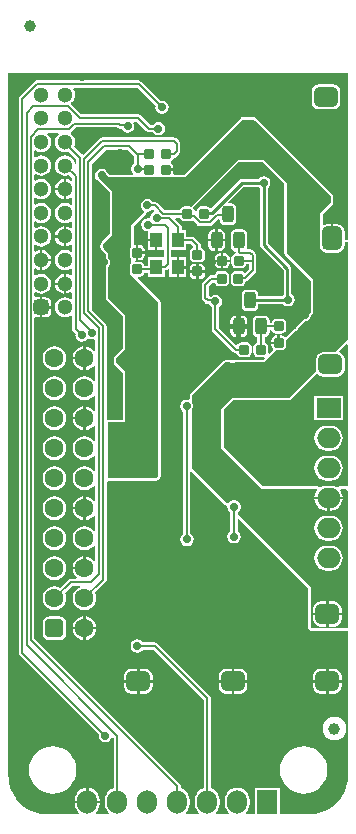
<source format=gbl>
G04*
G04 #@! TF.GenerationSoftware,Altium Limited,Altium Designer,23.3.1 (30)*
G04*
G04 Layer_Physical_Order=2*
G04 Layer_Color=16711680*
%FSLAX44Y44*%
%MOMM*%
G71*
G04*
G04 #@! TF.SameCoordinates,DF4BE222-8F2C-4444-88BE-FDE14E9DB007*
G04*
G04*
G04 #@! TF.FilePolarity,Positive*
G04*
G01*
G75*
%ADD11C,0.2000*%
%ADD12C,0.2500*%
G04:AMPARAMS|DCode=16|XSize=0.85mm|YSize=0.85mm|CornerRadius=0.2125mm|HoleSize=0mm|Usage=FLASHONLY|Rotation=0.000|XOffset=0mm|YOffset=0mm|HoleType=Round|Shape=RoundedRectangle|*
%AMROUNDEDRECTD16*
21,1,0.8500,0.4250,0,0,0.0*
21,1,0.4250,0.8500,0,0,0.0*
1,1,0.4250,0.2125,-0.2125*
1,1,0.4250,-0.2125,-0.2125*
1,1,0.4250,-0.2125,0.2125*
1,1,0.4250,0.2125,0.2125*
%
%ADD16ROUNDEDRECTD16*%
G04:AMPARAMS|DCode=17|XSize=0.85mm|YSize=0.85mm|CornerRadius=0.2125mm|HoleSize=0mm|Usage=FLASHONLY|Rotation=90.000|XOffset=0mm|YOffset=0mm|HoleType=Round|Shape=RoundedRectangle|*
%AMROUNDEDRECTD17*
21,1,0.8500,0.4250,0,0,90.0*
21,1,0.4250,0.8500,0,0,90.0*
1,1,0.4250,0.2125,0.2125*
1,1,0.4250,0.2125,-0.2125*
1,1,0.4250,-0.2125,-0.2125*
1,1,0.4250,-0.2125,0.2125*
%
%ADD17ROUNDEDRECTD17*%
%ADD34C,1.0000*%
%ADD35O,1.7000X2.0000*%
%ADD36R,1.7000X2.0000*%
G04:AMPARAMS|DCode=37|XSize=1.7mm|YSize=2mm|CornerRadius=0.425mm|HoleSize=0mm|Usage=FLASHONLY|Rotation=90.000|XOffset=0mm|YOffset=0mm|HoleType=Round|Shape=RoundedRectangle|*
%AMROUNDEDRECTD37*
21,1,1.7000,1.1500,0,0,90.0*
21,1,0.8500,2.0000,0,0,90.0*
1,1,0.8500,0.5750,0.4250*
1,1,0.8500,0.5750,-0.4250*
1,1,0.8500,-0.5750,-0.4250*
1,1,0.8500,-0.5750,0.4250*
%
%ADD37ROUNDEDRECTD37*%
%ADD38O,2.0000X1.7000*%
%ADD39R,2.0000X1.7000*%
G04:AMPARAMS|DCode=40|XSize=1.7mm|YSize=2mm|CornerRadius=0.425mm|HoleSize=0mm|Usage=FLASHONLY|Rotation=180.000|XOffset=0mm|YOffset=0mm|HoleType=Round|Shape=RoundedRectangle|*
%AMROUNDEDRECTD40*
21,1,1.7000,1.1500,0,0,180.0*
21,1,0.8500,2.0000,0,0,180.0*
1,1,0.8500,-0.4250,0.5750*
1,1,0.8500,0.4250,0.5750*
1,1,0.8500,0.4250,-0.5750*
1,1,0.8500,-0.4250,-0.5750*
%
%ADD40ROUNDEDRECTD40*%
%ADD41C,1.3000*%
G04:AMPARAMS|DCode=42|XSize=1.3mm|YSize=1.3mm|CornerRadius=0.325mm|HoleSize=0mm|Usage=FLASHONLY|Rotation=90.000|XOffset=0mm|YOffset=0mm|HoleType=Round|Shape=RoundedRectangle|*
%AMROUNDEDRECTD42*
21,1,1.3000,0.6500,0,0,90.0*
21,1,0.6500,1.3000,0,0,90.0*
1,1,0.6500,0.3250,0.3250*
1,1,0.6500,0.3250,-0.3250*
1,1,0.6500,-0.3250,-0.3250*
1,1,0.6500,-0.3250,0.3250*
%
%ADD42ROUNDEDRECTD42*%
%ADD43C,1.6000*%
G04:AMPARAMS|DCode=44|XSize=1.6mm|YSize=1.6mm|CornerRadius=0.4mm|HoleSize=0mm|Usage=FLASHONLY|Rotation=90.000|XOffset=0mm|YOffset=0mm|HoleType=Round|Shape=RoundedRectangle|*
%AMROUNDEDRECTD44*
21,1,1.6000,0.8000,0,0,90.0*
21,1,0.8000,1.6000,0,0,90.0*
1,1,0.8000,0.4000,0.4000*
1,1,0.8000,0.4000,-0.4000*
1,1,0.8000,-0.4000,-0.4000*
1,1,0.8000,-0.4000,0.4000*
%
%ADD44ROUNDEDRECTD44*%
%ADD45C,0.7000*%
G04:AMPARAMS|DCode=46|XSize=1mm|YSize=1.4mm|CornerRadius=0.25mm|HoleSize=0mm|Usage=FLASHONLY|Rotation=180.000|XOffset=0mm|YOffset=0mm|HoleType=Round|Shape=RoundedRectangle|*
%AMROUNDEDRECTD46*
21,1,1.0000,0.9000,0,0,180.0*
21,1,0.5000,1.4000,0,0,180.0*
1,1,0.5000,-0.2500,0.4500*
1,1,0.5000,0.2500,0.4500*
1,1,0.5000,0.2500,-0.4500*
1,1,0.5000,-0.2500,-0.4500*
%
%ADD46ROUNDEDRECTD46*%
%ADD47R,1.0500X1.3000*%
G36*
X297451Y490309D02*
X297451Y489039D01*
X294622D01*
Y495750D01*
X294137Y498189D01*
X292756Y500256D01*
X290689Y501637D01*
X288250Y502122D01*
X285000D01*
Y490000D01*
X283000D01*
Y502122D01*
X279750D01*
X277311Y501637D01*
X277152Y501531D01*
X276032Y502130D01*
X276032Y510648D01*
X284442Y519058D01*
X284442Y519058D01*
X284884Y519720D01*
X285039Y520500D01*
Y525500D01*
X284884Y526280D01*
X284442Y526942D01*
X219442Y591942D01*
X218780Y592384D01*
X218000Y592539D01*
X208000D01*
X207220Y592384D01*
X206558Y591942D01*
X206558Y591942D01*
X158405Y543789D01*
X150187D01*
X149369Y545059D01*
X149581Y546125D01*
Y547250D01*
X143250D01*
Y549250D01*
X149581D01*
Y550375D01*
X149261Y551984D01*
X148349Y553349D01*
X147308Y554044D01*
X147236Y554313D01*
Y555187D01*
X147308Y555456D01*
X148349Y556151D01*
X149261Y557515D01*
X149924Y558191D01*
X151094Y558424D01*
X152087Y559087D01*
X154758Y561758D01*
X154758Y561758D01*
X155421Y562751D01*
X155654Y563921D01*
X155654Y563921D01*
Y570064D01*
X155654Y570064D01*
X155421Y571235D01*
X154758Y572227D01*
X152322Y574663D01*
X151330Y575326D01*
X150159Y575559D01*
X150159Y575559D01*
X89500D01*
X88329Y575326D01*
X87337Y574663D01*
X87337Y574663D01*
X73675Y561001D01*
X71959Y561081D01*
X65357Y567683D01*
X66081Y569431D01*
X66373Y571650D01*
X66081Y573869D01*
X65225Y575937D01*
X63862Y577712D01*
X62777Y578545D01*
X62750Y578981D01*
X62965Y580002D01*
X63691Y580487D01*
X67145Y583941D01*
X102233D01*
X102380Y583794D01*
X103373Y583131D01*
X104543Y582898D01*
X104543Y582898D01*
X105810D01*
X105819Y582854D01*
X107035Y581035D01*
X108854Y579819D01*
X111000Y579392D01*
X113146Y579819D01*
X114965Y581035D01*
X116181Y582854D01*
X116608Y585000D01*
X116181Y587146D01*
X115730Y587821D01*
X116328Y588941D01*
X118733D01*
X126837Y580837D01*
X126837Y580837D01*
X127830Y580174D01*
X129000Y579941D01*
X129000Y579941D01*
X132429D01*
X133035Y579035D01*
X134854Y577819D01*
X137000Y577392D01*
X139146Y577819D01*
X140965Y579035D01*
X142181Y580854D01*
X142608Y583000D01*
X142181Y585146D01*
X140965Y586965D01*
X139146Y588181D01*
X137000Y588608D01*
X134854Y588181D01*
X133035Y586965D01*
X132429Y586059D01*
X130267D01*
X122163Y594163D01*
X121171Y594826D01*
X120000Y595059D01*
X120000Y595059D01*
X71445D01*
X63101Y603403D01*
X63208Y605086D01*
X63862Y605588D01*
X65225Y607363D01*
X66081Y609431D01*
X66373Y611650D01*
X66081Y613869D01*
X65225Y615937D01*
X64829Y616452D01*
X65391Y617591D01*
X119083D01*
X134605Y602069D01*
X134392Y601000D01*
X134819Y598854D01*
X136035Y597035D01*
X137854Y595819D01*
X140000Y595392D01*
X142146Y595819D01*
X143965Y597035D01*
X145181Y598854D01*
X145608Y601000D01*
X145181Y603146D01*
X143965Y604965D01*
X142146Y606181D01*
X140000Y606608D01*
X138931Y606395D01*
X122513Y622813D01*
X121521Y623476D01*
X120350Y623709D01*
X120350Y623709D01*
X34072D01*
X34072Y623709D01*
X32902Y623476D01*
X31909Y622813D01*
X31909Y622813D01*
X19637Y610541D01*
X18974Y609548D01*
X18741Y608378D01*
X18741Y608378D01*
Y139200D01*
X18741Y139200D01*
X18974Y138029D01*
X19637Y137037D01*
X86605Y70069D01*
X86392Y69000D01*
X86819Y66854D01*
X88035Y65035D01*
X89854Y63819D01*
X92000Y63392D01*
X94146Y63819D01*
X95965Y65035D01*
X97148Y66804D01*
X97203Y66861D01*
X98560Y67279D01*
X99141Y66821D01*
Y24598D01*
X96905Y23672D01*
X94711Y21989D01*
X93028Y19795D01*
X91970Y17241D01*
X91609Y14500D01*
Y11500D01*
X91970Y8759D01*
X93028Y6205D01*
X94711Y4011D01*
X95050Y3752D01*
X94642Y2549D01*
X84358D01*
X83950Y3752D01*
X84289Y4011D01*
X85972Y6205D01*
X87030Y8759D01*
X87391Y11500D01*
Y12000D01*
X76800D01*
X66209D01*
Y11500D01*
X66570Y8759D01*
X67628Y6205D01*
X69311Y4011D01*
X69650Y3752D01*
X69242Y2549D01*
X42500D01*
X42500Y2549D01*
X42499Y2549D01*
X42221D01*
X37626Y2910D01*
X37320Y2951D01*
X32465Y4116D01*
X27757Y6066D01*
X23501Y8675D01*
X23256Y8863D01*
X19751Y11856D01*
X19356Y12251D01*
X16362Y15756D01*
X16175Y16001D01*
X13566Y20257D01*
X11616Y24965D01*
X10451Y29820D01*
X10410Y30126D01*
X10125Y33750D01*
X10049Y35000D01*
X10049Y35000D01*
X10049Y36248D01*
Y630000D01*
X297451D01*
Y490309D01*
D02*
G37*
G36*
X52531Y578321D02*
X51738Y577712D01*
X50375Y575937D01*
X49519Y573869D01*
X49227Y571650D01*
X49519Y569431D01*
X50375Y567363D01*
X51738Y565588D01*
X53513Y564225D01*
X55581Y563369D01*
X57800Y563077D01*
X60019Y563369D01*
X60727Y563662D01*
X67441Y556948D01*
Y553269D01*
X66171Y553185D01*
X66081Y553869D01*
X65225Y555937D01*
X63862Y557712D01*
X62087Y559075D01*
X60019Y559931D01*
X57800Y560223D01*
X55581Y559931D01*
X53513Y559075D01*
X51738Y557712D01*
X50375Y555937D01*
X49519Y553869D01*
X49227Y551650D01*
X49519Y549431D01*
X50375Y547363D01*
X51738Y545588D01*
X53513Y544225D01*
X55581Y543369D01*
X57800Y543077D01*
X60019Y543369D01*
X61247Y543877D01*
X63941Y541183D01*
Y539253D01*
X62671Y538626D01*
X62087Y539075D01*
X60019Y539931D01*
X58800Y540092D01*
Y531650D01*
Y523208D01*
X60019Y523369D01*
X62087Y524225D01*
X62671Y524674D01*
X63941Y524048D01*
Y519253D01*
X62671Y518626D01*
X62087Y519075D01*
X60019Y519931D01*
X57800Y520223D01*
X55581Y519931D01*
X53513Y519075D01*
X51738Y517712D01*
X50375Y515937D01*
X49519Y513869D01*
X49227Y511650D01*
X49519Y509431D01*
X50375Y507363D01*
X51738Y505588D01*
X53513Y504225D01*
X55581Y503369D01*
X57800Y503077D01*
X60019Y503369D01*
X62087Y504225D01*
X62671Y504674D01*
X63941Y504048D01*
Y499253D01*
X62671Y498626D01*
X62087Y499075D01*
X60019Y499931D01*
X58800Y500092D01*
Y491650D01*
Y483208D01*
X60019Y483369D01*
X62087Y484225D01*
X62671Y484674D01*
X63941Y484048D01*
Y479253D01*
X62671Y478626D01*
X62087Y479075D01*
X60019Y479931D01*
X57800Y480223D01*
X55581Y479931D01*
X53513Y479075D01*
X51738Y477712D01*
X50375Y475937D01*
X49519Y473869D01*
X49227Y471650D01*
X49519Y469431D01*
X50375Y467363D01*
X51738Y465588D01*
X53513Y464225D01*
X55581Y463369D01*
X57800Y463077D01*
X60019Y463369D01*
X62087Y464225D01*
X62671Y464674D01*
X63941Y464048D01*
Y459253D01*
X62671Y458626D01*
X62087Y459075D01*
X60019Y459931D01*
X58800Y460092D01*
Y451650D01*
Y443208D01*
X60019Y443369D01*
X62087Y444225D01*
X62671Y444674D01*
X63941Y444048D01*
Y439253D01*
X62671Y438626D01*
X62087Y439075D01*
X60019Y439931D01*
X57800Y440223D01*
X55581Y439931D01*
X53513Y439075D01*
X51738Y437712D01*
X50375Y435937D01*
X49519Y433869D01*
X49227Y431650D01*
X49519Y429431D01*
X50375Y427363D01*
X51738Y425588D01*
X53513Y424225D01*
X55581Y423369D01*
X57800Y423077D01*
X60019Y423369D01*
X62087Y424225D01*
X62671Y424674D01*
X63941Y424048D01*
Y413500D01*
X63941Y413500D01*
X64174Y412329D01*
X64837Y411337D01*
X66855Y409319D01*
X66642Y408250D01*
X67069Y406104D01*
X68285Y404285D01*
X70104Y403069D01*
X72250Y402642D01*
X74396Y403069D01*
X76215Y404285D01*
X77259Y405847D01*
X78354Y405116D01*
X80500Y404689D01*
X82171Y405021D01*
X83441Y404236D01*
Y395330D01*
X82171Y394899D01*
X81532Y395732D01*
X79443Y397335D01*
X77010Y398343D01*
X75400Y398555D01*
Y388600D01*
Y378645D01*
X77010Y378857D01*
X79443Y379865D01*
X81532Y381468D01*
X82171Y382301D01*
X83441Y381870D01*
Y369930D01*
X82171Y369499D01*
X81532Y370332D01*
X79443Y371935D01*
X77010Y372943D01*
X74400Y373286D01*
X71789Y372943D01*
X69357Y371935D01*
X67268Y370332D01*
X65665Y368243D01*
X64657Y365811D01*
X64314Y363200D01*
X64657Y360589D01*
X65665Y358157D01*
X67268Y356068D01*
X69357Y354465D01*
X71789Y353457D01*
X74400Y353114D01*
X77010Y353457D01*
X79443Y354465D01*
X81532Y356068D01*
X82171Y356901D01*
X83441Y356470D01*
Y344530D01*
X82171Y344099D01*
X81532Y344932D01*
X79443Y346535D01*
X77010Y347543D01*
X75400Y347755D01*
Y337800D01*
Y327845D01*
X77010Y328057D01*
X79443Y329065D01*
X81532Y330668D01*
X82171Y331501D01*
X83441Y331070D01*
Y319130D01*
X82171Y318699D01*
X81532Y319532D01*
X79443Y321135D01*
X77010Y322143D01*
X74400Y322486D01*
X71789Y322143D01*
X69357Y321135D01*
X67268Y319532D01*
X65665Y317443D01*
X64657Y315011D01*
X64314Y312400D01*
X64657Y309790D01*
X65665Y307357D01*
X67268Y305268D01*
X69357Y303665D01*
X71789Y302657D01*
X74400Y302314D01*
X77010Y302657D01*
X79443Y303665D01*
X81532Y305268D01*
X82171Y306101D01*
X83441Y305670D01*
Y293730D01*
X82171Y293299D01*
X81532Y294132D01*
X79443Y295735D01*
X77010Y296743D01*
X74400Y297086D01*
X71789Y296743D01*
X69357Y295735D01*
X67268Y294132D01*
X65665Y292043D01*
X64657Y289611D01*
X64314Y287000D01*
X64657Y284389D01*
X65665Y281957D01*
X67268Y279868D01*
X69357Y278265D01*
X71789Y277257D01*
X74400Y276914D01*
X77010Y277257D01*
X79443Y278265D01*
X81532Y279868D01*
X82171Y280701D01*
X83441Y280270D01*
Y268330D01*
X82171Y267899D01*
X81532Y268732D01*
X79443Y270335D01*
X77010Y271343D01*
X75400Y271555D01*
Y261600D01*
Y251645D01*
X77010Y251857D01*
X79443Y252865D01*
X81532Y254468D01*
X82171Y255301D01*
X83441Y254870D01*
Y242930D01*
X82171Y242499D01*
X81532Y243332D01*
X79443Y244935D01*
X77010Y245943D01*
X74400Y246286D01*
X71789Y245943D01*
X69357Y244935D01*
X67268Y243332D01*
X65665Y241243D01*
X64657Y238811D01*
X64314Y236200D01*
X64657Y233589D01*
X65665Y231157D01*
X67268Y229068D01*
X69357Y227465D01*
X71789Y226457D01*
X74400Y226114D01*
X77010Y226457D01*
X79443Y227465D01*
X81532Y229068D01*
X82171Y229901D01*
X83441Y229470D01*
Y217530D01*
X82171Y217099D01*
X81532Y217932D01*
X79443Y219535D01*
X77010Y220543D01*
X75400Y220755D01*
Y210800D01*
X74400D01*
Y209800D01*
X64445D01*
X64657Y208190D01*
X65665Y205757D01*
X67268Y203668D01*
X67764Y203288D01*
X67333Y202017D01*
X62559D01*
X61388Y201785D01*
X60396Y201122D01*
X60396Y201122D01*
X53595Y194321D01*
X51610Y195143D01*
X49000Y195486D01*
X46389Y195143D01*
X43957Y194135D01*
X41868Y192532D01*
X40265Y190443D01*
X39257Y188011D01*
X38914Y185400D01*
X39257Y182789D01*
X40265Y180357D01*
X41868Y178268D01*
X43957Y176665D01*
X46389Y175657D01*
X49000Y175314D01*
X51610Y175657D01*
X54043Y176665D01*
X56132Y178268D01*
X57735Y180357D01*
X58743Y182789D01*
X59086Y185400D01*
X58743Y188011D01*
X57921Y189995D01*
X63826Y195900D01*
X70299D01*
X70552Y194630D01*
X69357Y194135D01*
X67268Y192532D01*
X65665Y190443D01*
X64657Y188011D01*
X64314Y185400D01*
X64657Y182789D01*
X65665Y180357D01*
X67268Y178268D01*
X69357Y176665D01*
X71789Y175657D01*
X74400Y175314D01*
X77010Y175657D01*
X79443Y176665D01*
X81532Y178268D01*
X83135Y180357D01*
X84143Y182789D01*
X84486Y185400D01*
X84143Y188011D01*
X83321Y189995D01*
X92163Y198837D01*
X92163Y198837D01*
X92826Y199829D01*
X93059Y201000D01*
X93059Y201000D01*
Y284121D01*
X94329Y284987D01*
X94461Y284961D01*
X135000D01*
X135000Y284961D01*
X135780Y285116D01*
X136442Y285558D01*
X136442Y285558D01*
X138192Y287308D01*
X138192Y287308D01*
X138634Y287970D01*
X138789Y288750D01*
Y436000D01*
X138634Y436780D01*
X138192Y437442D01*
X138192Y437442D01*
X119138Y456496D01*
X119624Y457669D01*
X121125D01*
X122734Y457989D01*
X124099Y458901D01*
X125011Y460266D01*
X125145Y460941D01*
X127750D01*
Y457000D01*
X142250D01*
Y461946D01*
X142872Y462941D01*
X144043Y463174D01*
X144980Y463800D01*
X145539Y463687D01*
X146250Y463393D01*
Y457000D01*
X152500D01*
Y465500D01*
Y474000D01*
X148059D01*
Y480000D01*
X160750D01*
Y485441D01*
X164233D01*
X166352Y483323D01*
X166321Y482855D01*
X166027Y481851D01*
X164901Y481099D01*
X163989Y479734D01*
X163669Y478125D01*
Y473875D01*
X163989Y472266D01*
X164901Y470901D01*
X166266Y469989D01*
X167875Y469669D01*
X172125D01*
X173734Y469989D01*
X175099Y470901D01*
X176011Y472266D01*
X176331Y473875D01*
Y478125D01*
X176011Y479734D01*
X175099Y481099D01*
X173734Y482011D01*
X173059Y482145D01*
Y484000D01*
X173059Y484000D01*
X172826Y485171D01*
X172163Y486163D01*
X172163Y486163D01*
X167663Y490663D01*
X166670Y491326D01*
X165500Y491559D01*
X165500Y491559D01*
X160750D01*
Y497000D01*
X156559D01*
Y500000D01*
X156559Y500000D01*
X156326Y501171D01*
X155663Y502163D01*
X155663Y502163D01*
X151308Y506518D01*
X151794Y507691D01*
X155355D01*
X155489Y507015D01*
X156401Y505651D01*
X157766Y504739D01*
X159375Y504419D01*
X163625D01*
X165235Y504739D01*
X165930Y505204D01*
X169738Y501395D01*
X170731Y500732D01*
X171901Y500499D01*
X171901Y500499D01*
X180406D01*
X180406Y500499D01*
X181576Y500732D01*
X182568Y501395D01*
X187392Y506219D01*
X188019Y506111D01*
X188713Y505743D01*
X189011Y504244D01*
X190006Y502756D01*
X191494Y501761D01*
X193250Y501412D01*
X198250D01*
X200006Y501761D01*
X201494Y502756D01*
X202489Y504244D01*
X202838Y506000D01*
Y515000D01*
X202489Y516756D01*
X201494Y518244D01*
X200006Y519239D01*
X198250Y519588D01*
X196434D01*
X195948Y520761D01*
X208897Y533711D01*
X221853D01*
X222288Y533059D01*
X222940Y532624D01*
Y484497D01*
X223192Y483229D01*
X223910Y482154D01*
X242936Y463127D01*
Y442067D01*
X242785Y441965D01*
X242349Y441314D01*
X221588D01*
Y442000D01*
X221239Y443756D01*
X220244Y445244D01*
X218756Y446239D01*
X217000Y446588D01*
X212000D01*
X210244Y446239D01*
X208756Y445244D01*
X207761Y443756D01*
X207412Y442000D01*
Y433000D01*
X207761Y431244D01*
X208756Y429756D01*
X210244Y428761D01*
X212000Y428412D01*
X217000D01*
X218756Y428761D01*
X220244Y429756D01*
X221239Y431244D01*
X221588Y433000D01*
Y434686D01*
X242349D01*
X242785Y434035D01*
X244604Y432819D01*
X246750Y432392D01*
X248896Y432819D01*
X250715Y434035D01*
X251931Y435854D01*
X252358Y438000D01*
X251931Y440146D01*
X250715Y441965D01*
X249564Y442735D01*
Y464500D01*
X249311Y465768D01*
X248593Y466843D01*
X229567Y485869D01*
Y532624D01*
X230219Y533059D01*
X231434Y534879D01*
X231861Y537025D01*
X231434Y539171D01*
X230219Y540990D01*
X228399Y542206D01*
X226253Y542632D01*
X224107Y542206D01*
X222288Y540990D01*
X221853Y540338D01*
X207525D01*
X206257Y540086D01*
X205182Y539368D01*
X181567Y515754D01*
X180599Y515849D01*
X179235Y516761D01*
X177625Y517081D01*
X173375D01*
X171765Y516761D01*
X170401Y515849D01*
X169489Y514484D01*
X169291Y513487D01*
X168118Y512806D01*
X167899Y512792D01*
X167831Y512829D01*
Y512875D01*
X167511Y514484D01*
X166599Y515849D01*
X166566Y516182D01*
X204845Y554461D01*
X225655D01*
X243711Y536405D01*
X243711Y477250D01*
X243711Y477250D01*
X243866Y476470D01*
X244308Y475808D01*
X266211Y453905D01*
Y427595D01*
X265058Y426442D01*
X264616Y425780D01*
X264461Y425000D01*
Y424812D01*
X263934Y423540D01*
X262960Y422566D01*
X261688Y422039D01*
X261500D01*
X260720Y421884D01*
X260058Y421442D01*
X260058Y421442D01*
X253667Y415051D01*
X253225Y414390D01*
X253184Y414290D01*
X252210Y413316D01*
X252110Y413275D01*
X251449Y412833D01*
X245093Y406477D01*
X243849Y406599D01*
X242484Y407511D01*
X240875Y407831D01*
X239750D01*
Y401500D01*
X238750D01*
Y400500D01*
X232419D01*
Y399375D01*
X232739Y397766D01*
X233651Y396401D01*
X233773Y395157D01*
X231161Y392545D01*
X229990Y393170D01*
X230081Y393625D01*
Y397875D01*
X229761Y399484D01*
X228849Y400849D01*
X227484Y401761D01*
X226934Y401870D01*
Y406498D01*
X228256Y406761D01*
X229744Y407756D01*
X230739Y409244D01*
X231088Y411000D01*
Y412441D01*
X232605D01*
X232739Y411766D01*
X233651Y410401D01*
X235016Y409489D01*
X236625Y409169D01*
X240875D01*
X242484Y409489D01*
X243849Y410401D01*
X244761Y411766D01*
X245081Y413375D01*
Y417625D01*
X244761Y419235D01*
X243849Y420599D01*
X242484Y421511D01*
X240875Y421831D01*
X236625D01*
X235016Y421511D01*
X233651Y420599D01*
X232739Y419235D01*
X232605Y418559D01*
X231088D01*
Y420000D01*
X230739Y421756D01*
X229744Y423244D01*
X228256Y424239D01*
X226500Y424588D01*
X221500D01*
X219744Y424239D01*
X218256Y423244D01*
X217261Y421756D01*
X216912Y420000D01*
Y411000D01*
X217261Y409244D01*
X218256Y407756D01*
X219744Y406761D01*
X220816Y406548D01*
Y401920D01*
X220016Y401761D01*
X218651Y400849D01*
X217739Y399484D01*
X217419Y397875D01*
Y393625D01*
X217739Y392015D01*
X218651Y390651D01*
X220016Y389739D01*
X221625Y389419D01*
X225875D01*
X226330Y389510D01*
X226955Y388339D01*
X225655Y387039D01*
X201563D01*
X200782Y386884D01*
X200192Y386640D01*
X198815D01*
X198225Y386884D01*
X197445Y387039D01*
X193750D01*
X193750Y387039D01*
X192970Y386884D01*
X192308Y386442D01*
X164058Y358192D01*
X163616Y357530D01*
X163461Y356750D01*
Y354382D01*
X162191Y353371D01*
X161000Y353608D01*
X158854Y353181D01*
X157035Y351965D01*
X155819Y350146D01*
X155392Y348000D01*
X155819Y345854D01*
X157035Y344035D01*
X157941Y343429D01*
Y301000D01*
X157941Y301000D01*
X157941Y301000D01*
Y239604D01*
X157216Y239119D01*
X156000Y237300D01*
X155573Y235154D01*
X156000Y233008D01*
X157216Y231189D01*
X159035Y229973D01*
X161181Y229546D01*
X163327Y229973D01*
X165146Y231189D01*
X166362Y233008D01*
X166789Y235154D01*
X166362Y237300D01*
X165146Y239119D01*
X164059Y239846D01*
Y292148D01*
X165232Y292634D01*
X193719Y264147D01*
X193883Y264037D01*
X194021Y263898D01*
X194210Y263819D01*
X194381Y263705D01*
X195145Y263046D01*
X195392Y262700D01*
X195819Y260554D01*
X197035Y258735D01*
X197941Y258129D01*
Y241871D01*
X197035Y241265D01*
X195819Y239446D01*
X195392Y237300D01*
X195819Y235154D01*
X197035Y233335D01*
X198854Y232119D01*
X201000Y231692D01*
X203146Y232119D01*
X204965Y233335D01*
X206181Y235154D01*
X206608Y237300D01*
X206181Y239446D01*
X204965Y241265D01*
X204059Y241871D01*
Y252148D01*
X205232Y252634D01*
X263961Y193905D01*
Y160000D01*
X264116Y159220D01*
X264558Y158558D01*
X265220Y158116D01*
X266000Y157961D01*
X297451D01*
Y35000D01*
X297451Y35000D01*
Y34720D01*
X297090Y30128D01*
X297049Y29818D01*
X295884Y24965D01*
X293934Y20257D01*
X291326Y16001D01*
X291136Y15755D01*
X288144Y12251D01*
X287749Y11856D01*
X284245Y8863D01*
X283999Y8675D01*
X279743Y6066D01*
X275035Y4116D01*
X270180Y2951D01*
X269874Y2910D01*
X266258Y2626D01*
X265000Y2549D01*
X265000Y2549D01*
X263764Y2549D01*
X239700D01*
Y25000D01*
X218700D01*
Y2549D01*
X211358D01*
X210950Y3752D01*
X211289Y4011D01*
X212972Y6205D01*
X214030Y8759D01*
X214391Y11500D01*
Y14500D01*
X214030Y17241D01*
X212972Y19795D01*
X211289Y21989D01*
X209095Y23672D01*
X206541Y24730D01*
X203800Y25091D01*
X201059Y24730D01*
X198505Y23672D01*
X196311Y21989D01*
X194628Y19795D01*
X193570Y17241D01*
X193209Y14500D01*
Y11500D01*
X193570Y8759D01*
X194628Y6205D01*
X196311Y4011D01*
X196650Y3752D01*
X196242Y2549D01*
X185958D01*
X185550Y3752D01*
X185889Y4011D01*
X187572Y6205D01*
X188630Y8759D01*
X188991Y11500D01*
Y14500D01*
X188630Y17241D01*
X187572Y19795D01*
X185889Y21989D01*
X183695Y23672D01*
X181459Y24598D01*
Y100600D01*
X181226Y101770D01*
X180563Y102763D01*
X136163Y147163D01*
X135170Y147826D01*
X134000Y148059D01*
X134000Y148059D01*
X123571D01*
X122965Y148965D01*
X121146Y150181D01*
X119000Y150608D01*
X116854Y150181D01*
X115035Y148965D01*
X113819Y147146D01*
X113392Y145000D01*
X113819Y142854D01*
X115035Y141035D01*
X116854Y139819D01*
X119000Y139392D01*
X121146Y139819D01*
X122965Y141035D01*
X123571Y141941D01*
X132733D01*
X175341Y99333D01*
Y24598D01*
X173105Y23672D01*
X170911Y21989D01*
X169228Y19795D01*
X168170Y17241D01*
X167809Y14500D01*
Y11500D01*
X168170Y8759D01*
X169228Y6205D01*
X170911Y4011D01*
X171250Y3752D01*
X170842Y2549D01*
X160558D01*
X160150Y3752D01*
X160489Y4011D01*
X162172Y6205D01*
X163230Y8759D01*
X163591Y11500D01*
Y14500D01*
X163230Y17241D01*
X162172Y19795D01*
X160489Y21989D01*
X158295Y23672D01*
X156059Y24598D01*
Y26000D01*
X156059Y26000D01*
X155826Y27171D01*
X155163Y28163D01*
X155163Y28163D01*
X31859Y151467D01*
Y422473D01*
X33129Y423330D01*
X34550Y423047D01*
X36800D01*
Y431650D01*
Y440253D01*
X34550D01*
X33129Y439970D01*
X31859Y440827D01*
Y444059D01*
X32998Y444621D01*
X33513Y444225D01*
X35581Y443369D01*
X37800Y443077D01*
X40019Y443369D01*
X42087Y444225D01*
X43862Y445588D01*
X45225Y447363D01*
X46081Y449431D01*
X46373Y451650D01*
X46081Y453869D01*
X45225Y455937D01*
X43862Y457712D01*
X42087Y459075D01*
X40019Y459931D01*
X37800Y460223D01*
X35581Y459931D01*
X33513Y459075D01*
X32998Y458679D01*
X31859Y459241D01*
Y464059D01*
X32998Y464621D01*
X33513Y464225D01*
X35581Y463369D01*
X36800Y463208D01*
Y471650D01*
Y480092D01*
X35581Y479931D01*
X33513Y479075D01*
X32998Y478679D01*
X31859Y479241D01*
Y484059D01*
X32998Y484621D01*
X33513Y484225D01*
X35581Y483369D01*
X37800Y483077D01*
X40019Y483369D01*
X42087Y484225D01*
X43862Y485588D01*
X45225Y487363D01*
X46081Y489431D01*
X46373Y491650D01*
X46081Y493869D01*
X45225Y495937D01*
X43862Y497712D01*
X42087Y499075D01*
X40019Y499931D01*
X37800Y500223D01*
X35581Y499931D01*
X33513Y499075D01*
X32998Y498679D01*
X31859Y499241D01*
Y504059D01*
X32998Y504621D01*
X33513Y504225D01*
X35581Y503369D01*
X37800Y503077D01*
X40019Y503369D01*
X42087Y504225D01*
X43862Y505588D01*
X45225Y507363D01*
X46081Y509431D01*
X46373Y511650D01*
X46081Y513869D01*
X45225Y515937D01*
X43862Y517712D01*
X42087Y519075D01*
X40019Y519931D01*
X37800Y520223D01*
X35581Y519931D01*
X33513Y519075D01*
X32998Y518679D01*
X31859Y519241D01*
Y524059D01*
X32998Y524621D01*
X33513Y524225D01*
X35581Y523369D01*
X37800Y523077D01*
X40019Y523369D01*
X42087Y524225D01*
X43862Y525588D01*
X45225Y527363D01*
X46081Y529431D01*
X46373Y531650D01*
X46081Y533869D01*
X45225Y535937D01*
X43862Y537712D01*
X42087Y539075D01*
X40019Y539931D01*
X37800Y540223D01*
X35581Y539931D01*
X33513Y539075D01*
X32998Y538679D01*
X31859Y539241D01*
Y544059D01*
X32998Y544621D01*
X33513Y544225D01*
X35581Y543369D01*
X37800Y543077D01*
X40019Y543369D01*
X42087Y544225D01*
X43862Y545588D01*
X45225Y547363D01*
X46081Y549431D01*
X46373Y551650D01*
X46081Y553869D01*
X45225Y555937D01*
X43862Y557712D01*
X42087Y559075D01*
X40019Y559931D01*
X37800Y560223D01*
X35581Y559931D01*
X33513Y559075D01*
X32998Y558679D01*
X31859Y559241D01*
Y564059D01*
X32998Y564621D01*
X33513Y564225D01*
X35581Y563369D01*
X37800Y563077D01*
X40019Y563369D01*
X42087Y564225D01*
X43862Y565588D01*
X45225Y567363D01*
X46081Y569431D01*
X46373Y571650D01*
X46081Y573869D01*
X45225Y575937D01*
X43862Y577712D01*
X43069Y578321D01*
X43500Y579591D01*
X52100D01*
X52531Y578321D01*
D02*
G37*
G36*
X116691Y559733D02*
Y553321D01*
X115785Y552715D01*
X114569Y550896D01*
X114142Y548750D01*
X114569Y546604D01*
X115601Y545059D01*
X115163Y543789D01*
X96358Y543789D01*
X92907Y547241D01*
X92840Y547340D01*
X92741Y547407D01*
X92205Y547942D01*
X91544Y548384D01*
X91166Y548459D01*
X91021Y548556D01*
X88875Y548983D01*
X86729Y548556D01*
X84910Y547340D01*
X83694Y545521D01*
X83267Y543375D01*
X83694Y541229D01*
X84910Y539410D01*
X86256Y538511D01*
X95711Y529055D01*
Y493793D01*
X89582Y487664D01*
X89285Y487465D01*
X89086Y487168D01*
X89058Y487140D01*
X88616Y486478D01*
X88612Y486459D01*
X88069Y485646D01*
X87642Y483500D01*
X88069Y481354D01*
X88610Y480544D01*
X88616Y480516D01*
X89058Y479854D01*
X89058Y479854D01*
X89098Y479815D01*
X89285Y479535D01*
X89565Y479348D01*
X92473Y476440D01*
X92469Y473523D01*
X92469Y473522D01*
X92469Y473520D01*
X92547Y473126D01*
X92623Y472743D01*
X92624Y472741D01*
X92624Y472740D01*
X92840Y472416D01*
X93064Y472080D01*
X93065Y472080D01*
X93066Y472079D01*
X93434Y471710D01*
X93961Y470438D01*
Y469062D01*
X93434Y467790D01*
X93055Y467411D01*
X92836Y467082D01*
X92615Y466752D01*
X92614Y466751D01*
X92613Y466750D01*
X92536Y466360D01*
X92458Y465972D01*
X92422Y439416D01*
X92422Y439415D01*
X92422Y439414D01*
X92500Y439019D01*
X92576Y438636D01*
X92577Y438635D01*
X92577Y438633D01*
X92797Y438305D01*
X93017Y437974D01*
X93019Y437973D01*
X93019Y437972D01*
X106961Y424030D01*
Y396845D01*
X99558Y389442D01*
X99116Y388780D01*
X98961Y388000D01*
Y386595D01*
X98892Y386250D01*
X98961Y385906D01*
Y385000D01*
X98961Y385000D01*
X99116Y384220D01*
X99558Y383558D01*
X99937Y383179D01*
X100535Y382285D01*
X101429Y381687D01*
X106961Y376155D01*
Y336289D01*
X94461D01*
X94329Y336263D01*
X93059Y337129D01*
Y415900D01*
X92826Y417070D01*
X92163Y418062D01*
X92163Y418062D01*
X80559Y429666D01*
Y553233D01*
X92517Y565191D01*
X111233D01*
X116691Y559733D01*
D02*
G37*
G36*
X133349Y513712D02*
X133104Y512347D01*
X131785Y511465D01*
X130569Y509646D01*
X130142Y507500D01*
X128963Y506916D01*
X128000Y507108D01*
X125854Y506681D01*
X124035Y505465D01*
X122819Y503646D01*
X122392Y501500D01*
X122819Y499354D01*
X124035Y497535D01*
X125854Y496319D01*
X127750Y495942D01*
Y489500D01*
X135000D01*
Y488500D01*
X136000D01*
Y480000D01*
X141941D01*
Y474000D01*
X127750D01*
Y467059D01*
X125145D01*
X125011Y467734D01*
X124099Y469099D01*
X122734Y470011D01*
X121125Y470331D01*
X117946D01*
X117553Y471000D01*
X117946Y471669D01*
X118000D01*
Y478000D01*
Y484331D01*
X116875D01*
X116039Y485017D01*
Y500588D01*
X126093Y510642D01*
X126204Y510809D01*
X126347Y510951D01*
X126423Y511137D01*
X126535Y511304D01*
X126963Y511945D01*
X127500Y512392D01*
X127843Y512461D01*
X129646Y512819D01*
X131465Y514035D01*
X131559Y514175D01*
X132869Y514265D01*
X133349Y513712D01*
D02*
G37*
G36*
X283000Y525500D02*
Y520500D01*
X273993Y511493D01*
X273993Y498383D01*
X273863Y498189D01*
X273378Y495750D01*
Y484250D01*
X273863Y481811D01*
X275244Y479744D01*
X277311Y478363D01*
X279750Y477878D01*
X288250D01*
X290689Y478363D01*
X292756Y479744D01*
X294137Y481811D01*
X294622Y484250D01*
Y487000D01*
X297451D01*
Y404701D01*
X286623Y393872D01*
X276750D01*
X274311Y393387D01*
X272244Y392006D01*
X270863Y389939D01*
X270378Y387500D01*
Y379000D01*
X270605Y377855D01*
X247750Y355000D01*
X199500D01*
X190250Y345750D01*
Y312500D01*
X224500Y278250D01*
X270841D01*
X271467Y276980D01*
X270328Y275495D01*
X269270Y272941D01*
X269041Y271200D01*
X281000D01*
X292959D01*
X292730Y272941D01*
X291672Y275495D01*
X290532Y276980D01*
X291159Y278250D01*
X295750D01*
X297451Y276549D01*
Y160000D01*
X266000D01*
Y194750D01*
X204059Y256691D01*
Y258014D01*
X204116Y258037D01*
X205663Y259585D01*
X206500Y261606D01*
Y263794D01*
X205663Y265816D01*
X204116Y267363D01*
X202094Y268200D01*
X199906D01*
X197885Y267363D01*
X196340Y265818D01*
X195161Y265589D01*
X165500Y295250D01*
Y344722D01*
X165663Y344884D01*
X166500Y346906D01*
Y349094D01*
X165663Y351115D01*
X165500Y351278D01*
Y356750D01*
X193750Y385000D01*
X197445D01*
X198410Y384600D01*
X200598D01*
X201563Y385000D01*
X226500D01*
X236669Y395169D01*
X240875D01*
X242484Y395489D01*
X243849Y396401D01*
X244761Y397766D01*
X245081Y399375D01*
Y403581D01*
X252891Y411391D01*
X253365Y411587D01*
X254913Y413134D01*
X255109Y413609D01*
X261500Y420000D01*
X262094D01*
X264116Y420837D01*
X265663Y422384D01*
X266500Y424406D01*
Y425000D01*
X268250Y426750D01*
Y454750D01*
X245750Y477250D01*
X245750Y537250D01*
X226500Y556500D01*
X204000D01*
X164422Y516922D01*
X163625Y517081D01*
X159375D01*
X157766Y516761D01*
X156401Y515849D01*
X155489Y514484D01*
X155393Y514000D01*
X142326D01*
X136163Y520163D01*
X135170Y520826D01*
X134000Y521059D01*
X134000Y521059D01*
X132186D01*
X132163Y521115D01*
X130616Y522663D01*
X128594Y523500D01*
X126406D01*
X124384Y522663D01*
X122837Y521115D01*
X122000Y519094D01*
Y516906D01*
X122837Y514884D01*
X124384Y513337D01*
X124403Y513330D01*
X124651Y512084D01*
X114000Y501433D01*
Y483165D01*
X113901Y483099D01*
X112989Y481735D01*
X112669Y480125D01*
Y475875D01*
X112989Y474266D01*
X113901Y472901D01*
X114000Y472835D01*
Y469165D01*
X113901Y469099D01*
X112989Y467734D01*
X112669Y466125D01*
Y461875D01*
X112989Y460266D01*
X113901Y458901D01*
X114000Y458835D01*
Y458750D01*
X136750Y436000D01*
Y288750D01*
X135000Y287000D01*
X94461D01*
Y334250D01*
X109000D01*
Y377000D01*
X101000Y385000D01*
X101000Y388000D01*
X109000Y396000D01*
Y424875D01*
X94461Y439414D01*
X94497Y465969D01*
X95163Y466634D01*
X96000Y468656D01*
Y470844D01*
X95163Y472865D01*
X94508Y473520D01*
X94513Y477283D01*
X90500Y481296D01*
X90500Y485698D01*
X97750Y492948D01*
Y529900D01*
X87000Y540650D01*
X87000Y545500D01*
X88000Y546500D01*
X90764D01*
X95514Y541750D01*
X159250Y541750D01*
X208000Y590500D01*
X218000D01*
X283000Y525500D01*
D02*
G37*
G36*
X297451Y400158D02*
X297451Y281046D01*
X297173Y280771D01*
X296181Y280203D01*
X295750Y280289D01*
X291159D01*
X290833Y280224D01*
X290503Y280181D01*
X290445Y280147D01*
X290378Y280134D01*
X290102Y279949D01*
X289814Y279783D01*
X289773Y279729D01*
X289717Y279692D01*
X289631Y279564D01*
X289363Y279382D01*
X288109Y279131D01*
X287795Y279372D01*
X285241Y280430D01*
X282500Y280791D01*
X279500D01*
X276759Y280430D01*
X274205Y279372D01*
X273890Y279131D01*
X272637Y279382D01*
X272369Y279564D01*
X272283Y279692D01*
X272227Y279729D01*
X272186Y279783D01*
X271898Y279949D01*
X271622Y280134D01*
X271555Y280147D01*
X271497Y280181D01*
X271167Y280224D01*
X270841Y280289D01*
X225345D01*
X192289Y313345D01*
Y344905D01*
X200345Y352961D01*
X247750D01*
X248530Y353116D01*
X249192Y353558D01*
X270689Y375055D01*
X271952Y374930D01*
X272244Y374494D01*
X274311Y373113D01*
X276750Y372628D01*
X288250D01*
X290689Y373113D01*
X292756Y374494D01*
X294137Y376561D01*
X294622Y379000D01*
Y387500D01*
X294137Y389939D01*
X292756Y392006D01*
X290766Y393336D01*
X290574Y393549D01*
X290250Y394617D01*
X296278Y400644D01*
X297451Y400158D01*
D02*
G37*
%LPC*%
G36*
X284750Y620622D02*
X273250D01*
X270811Y620137D01*
X268744Y618756D01*
X267363Y616689D01*
X266877Y614250D01*
Y605750D01*
X267363Y603311D01*
X268744Y601244D01*
X270811Y599863D01*
X273250Y599378D01*
X284750D01*
X287189Y599863D01*
X289256Y601244D01*
X290637Y603311D01*
X291122Y605750D01*
Y614250D01*
X290637Y616689D01*
X289256Y618756D01*
X287189Y620137D01*
X284750Y620622D01*
D02*
G37*
G36*
X47500Y60097D02*
X43579Y59711D01*
X39809Y58567D01*
X36335Y56710D01*
X33289Y54211D01*
X30790Y51165D01*
X28933Y47691D01*
X27789Y43921D01*
X27403Y40000D01*
X27789Y36079D01*
X28933Y32309D01*
X30790Y28835D01*
X33289Y25789D01*
X36335Y23290D01*
X39809Y21433D01*
X43579Y20289D01*
X47500Y19903D01*
X51421Y20289D01*
X55191Y21433D01*
X58665Y23290D01*
X61711Y25789D01*
X64210Y28835D01*
X66067Y32309D01*
X67211Y36079D01*
X67597Y40000D01*
X67211Y43921D01*
X66067Y47691D01*
X64210Y51165D01*
X61711Y54211D01*
X58665Y56710D01*
X55191Y58567D01*
X51421Y59711D01*
X47500Y60097D01*
D02*
G37*
G36*
X77800Y24959D02*
Y14000D01*
X87391D01*
Y14500D01*
X87030Y17241D01*
X85972Y19795D01*
X84289Y21989D01*
X82095Y23672D01*
X79541Y24730D01*
X77800Y24959D01*
D02*
G37*
G36*
X75800D02*
X74059Y24730D01*
X71505Y23672D01*
X69311Y21989D01*
X67628Y19795D01*
X66570Y17241D01*
X66209Y14500D01*
Y14000D01*
X75800D01*
Y24959D01*
D02*
G37*
G36*
X56800Y540092D02*
X55581Y539931D01*
X53513Y539075D01*
X51738Y537712D01*
X50375Y535937D01*
X49519Y533869D01*
X49358Y532650D01*
X56800D01*
Y540092D01*
D02*
G37*
G36*
Y530650D02*
X49358D01*
X49519Y529431D01*
X50375Y527363D01*
X51738Y525588D01*
X53513Y524225D01*
X55581Y523369D01*
X56800Y523208D01*
Y530650D01*
D02*
G37*
G36*
X56800Y500092D02*
X55581Y499931D01*
X53513Y499075D01*
X51738Y497712D01*
X50375Y495937D01*
X49519Y493869D01*
X49358Y492650D01*
X56800D01*
Y500092D01*
D02*
G37*
G36*
X188750Y497588D02*
X187250D01*
Y489500D01*
X193338D01*
Y493000D01*
X192989Y494756D01*
X191994Y496244D01*
X190506Y497239D01*
X188750Y497588D01*
D02*
G37*
G36*
X185250D02*
X183750D01*
X181994Y497239D01*
X180506Y496244D01*
X179511Y494756D01*
X179162Y493000D01*
Y489500D01*
X185250D01*
Y497588D01*
D02*
G37*
G36*
X56800Y490650D02*
X49358D01*
X49519Y489431D01*
X50375Y487363D01*
X51738Y485588D01*
X53513Y484225D01*
X55581Y483369D01*
X56800Y483208D01*
Y490650D01*
D02*
G37*
G36*
X193338Y487500D02*
X187250D01*
Y479412D01*
X188750D01*
X190506Y479761D01*
X191994Y480756D01*
X192989Y482244D01*
X193338Y484000D01*
Y487500D01*
D02*
G37*
G36*
X185250D02*
X179162D01*
Y484000D01*
X179511Y482244D01*
X180506Y480756D01*
X181994Y479761D01*
X183750Y479412D01*
X185250D01*
Y487500D01*
D02*
G37*
G36*
X38800Y480092D02*
Y472650D01*
X46242D01*
X46081Y473869D01*
X45225Y475937D01*
X43862Y477712D01*
X42087Y479075D01*
X40019Y479931D01*
X38800Y480092D01*
D02*
G37*
G36*
X193125Y477331D02*
X192000D01*
Y472000D01*
X197331D01*
Y473125D01*
X197011Y474734D01*
X196099Y476099D01*
X194734Y477011D01*
X193125Y477331D01*
D02*
G37*
G36*
X190000D02*
X188875D01*
X187265Y477011D01*
X185901Y476099D01*
X184989Y474734D01*
X184669Y473125D01*
Y472000D01*
X190000D01*
Y477331D01*
D02*
G37*
G36*
X160750Y474000D02*
X154500D01*
Y466500D01*
X160750D01*
Y474000D01*
D02*
G37*
G36*
X197331Y470000D02*
X192000D01*
Y464669D01*
X193125D01*
X194734Y464989D01*
X196099Y465901D01*
X197011Y467266D01*
X197331Y468875D01*
Y470000D01*
D02*
G37*
G36*
X190000D02*
X184669D01*
Y468875D01*
X184989Y467266D01*
X185901Y465901D01*
X187265Y464989D01*
X188875Y464669D01*
X190000D01*
Y470000D01*
D02*
G37*
G36*
X46242Y470650D02*
X38800D01*
Y463208D01*
X40019Y463369D01*
X42087Y464225D01*
X43862Y465588D01*
X45225Y467363D01*
X46081Y469431D01*
X46242Y470650D01*
D02*
G37*
G36*
X172125Y468331D02*
X171000D01*
Y463000D01*
X176331D01*
Y464125D01*
X176011Y465734D01*
X175099Y467099D01*
X173734Y468011D01*
X172125Y468331D01*
D02*
G37*
G36*
X169000D02*
X167875D01*
X166266Y468011D01*
X164901Y467099D01*
X163989Y465734D01*
X163669Y464125D01*
Y463000D01*
X169000D01*
Y468331D01*
D02*
G37*
G36*
X207750Y497588D02*
X202750D01*
X200994Y497239D01*
X199506Y496244D01*
X198511Y494756D01*
X198162Y493000D01*
Y484000D01*
X198511Y482244D01*
X199506Y480756D01*
X200994Y479761D01*
X201315Y479697D01*
X202191Y478896D01*
X202269Y478505D01*
X201464Y477050D01*
X201266Y477011D01*
X199901Y476099D01*
X198989Y474734D01*
X198669Y473125D01*
Y468875D01*
X198989Y467266D01*
X199901Y465901D01*
X201266Y464989D01*
X202875Y464669D01*
X207125D01*
X208734Y464989D01*
X210099Y465901D01*
X211011Y467266D01*
X211145Y467941D01*
X213840D01*
Y464166D01*
X210668Y460994D01*
X209599Y461099D01*
X208235Y462011D01*
X206625Y462331D01*
X202375D01*
X200765Y462011D01*
X199401Y461099D01*
X198489Y459734D01*
X198169Y458125D01*
Y453875D01*
X198489Y452266D01*
X199401Y450901D01*
X200765Y449989D01*
X202375Y449669D01*
X206625D01*
X208235Y449989D01*
X209599Y450901D01*
X210511Y452266D01*
X210768Y453557D01*
X211749Y453753D01*
X212741Y454416D01*
X219062Y460736D01*
X219062Y460736D01*
X219725Y461728D01*
X219958Y462899D01*
Y475601D01*
X219958Y475601D01*
X219725Y476772D01*
X219062Y477764D01*
X216938Y479888D01*
X215946Y480551D01*
X214775Y480784D01*
X214775Y480783D01*
X212360D01*
X211761Y481903D01*
X211989Y482244D01*
X212338Y484000D01*
Y493000D01*
X211989Y494756D01*
X210994Y496244D01*
X209506Y497239D01*
X207750Y497588D01*
D02*
G37*
G36*
X192625Y462331D02*
X188375D01*
X186765Y462011D01*
X185401Y461099D01*
X184489Y459734D01*
X184355Y459059D01*
X181750D01*
X181750Y459059D01*
X180579Y458826D01*
X179587Y458163D01*
X179587Y458163D01*
X174396Y452972D01*
X173733Y451979D01*
X173500Y450809D01*
X173500Y450809D01*
Y439691D01*
X173500Y439691D01*
X173733Y438521D01*
X174396Y437528D01*
X176587Y435337D01*
X176587Y435337D01*
X177579Y434674D01*
X178750Y434441D01*
X180178D01*
X181285Y432785D01*
X182191Y432179D01*
Y413125D01*
X182191Y413125D01*
X182424Y411954D01*
X183087Y410962D01*
X200337Y393712D01*
X200337Y393712D01*
X201329Y393049D01*
X202500Y392816D01*
X203638Y392524D01*
X203739Y392015D01*
X204651Y390651D01*
X206015Y389739D01*
X207625Y389419D01*
X211875D01*
X213484Y389739D01*
X214849Y390651D01*
X215761Y392015D01*
X216081Y393625D01*
Y397875D01*
X215761Y399484D01*
X214849Y400849D01*
X213484Y401761D01*
X211875Y402081D01*
X207625D01*
X206015Y401761D01*
X204651Y400849D01*
X204249Y400248D01*
X202655Y400046D01*
X188309Y414392D01*
Y432179D01*
X189215Y432785D01*
X190431Y434604D01*
X190858Y436750D01*
X190431Y438896D01*
X189215Y440715D01*
X187396Y441931D01*
X185250Y442358D01*
X183104Y441931D01*
X181285Y440715D01*
X180157Y441196D01*
X179618Y441710D01*
Y449542D01*
X183017Y452941D01*
X184355D01*
X184489Y452266D01*
X185401Y450901D01*
X186765Y449989D01*
X188375Y449669D01*
X192625D01*
X194235Y449989D01*
X195599Y450901D01*
X196511Y452266D01*
X196831Y453875D01*
Y458125D01*
X196511Y459734D01*
X195599Y461099D01*
X194235Y462011D01*
X192625Y462331D01*
D02*
G37*
G36*
X160750Y464500D02*
X154500D01*
Y457000D01*
X160750D01*
Y464500D01*
D02*
G37*
G36*
X176331Y461000D02*
X171000D01*
Y455669D01*
X172125D01*
X173734Y455989D01*
X175099Y456901D01*
X176011Y458265D01*
X176331Y459875D01*
Y461000D01*
D02*
G37*
G36*
X169000D02*
X163669D01*
Y459875D01*
X163989Y458265D01*
X164901Y456901D01*
X166266Y455989D01*
X167875Y455669D01*
X169000D01*
Y461000D01*
D02*
G37*
G36*
X56800Y460092D02*
X55581Y459931D01*
X53513Y459075D01*
X51738Y457712D01*
X50375Y455937D01*
X49519Y453869D01*
X49358Y452650D01*
X56800D01*
Y460092D01*
D02*
G37*
G36*
Y450650D02*
X49358D01*
X49519Y449431D01*
X50375Y447363D01*
X51738Y445588D01*
X53513Y444225D01*
X55581Y443369D01*
X56800Y443208D01*
Y450650D01*
D02*
G37*
G36*
X41050Y440253D02*
X38800D01*
Y432650D01*
X46403D01*
Y434900D01*
X45995Y436948D01*
X44835Y438685D01*
X43098Y439845D01*
X41050Y440253D01*
D02*
G37*
G36*
X46403Y430650D02*
X38800D01*
Y423047D01*
X41050D01*
X43098Y423455D01*
X44835Y424615D01*
X45995Y426352D01*
X46403Y428400D01*
Y430650D01*
D02*
G37*
G36*
X207500Y424588D02*
X207000D01*
Y417500D01*
X212088D01*
Y420000D01*
X211739Y421756D01*
X210744Y423244D01*
X209256Y424239D01*
X207500Y424588D01*
D02*
G37*
G36*
X203000D02*
X202500D01*
X200744Y424239D01*
X199256Y423244D01*
X198261Y421756D01*
X197912Y420000D01*
Y417500D01*
X203000D01*
Y424588D01*
D02*
G37*
G36*
X212088Y413500D02*
X207000D01*
Y406412D01*
X207500D01*
X209256Y406761D01*
X210744Y407756D01*
X211739Y409244D01*
X212088Y411000D01*
Y413500D01*
D02*
G37*
G36*
X203000D02*
X197912D01*
Y411000D01*
X198261Y409244D01*
X199256Y407756D01*
X200744Y406761D01*
X202500Y406412D01*
X203000D01*
Y413500D01*
D02*
G37*
G36*
X237750Y407831D02*
X236625D01*
X235016Y407511D01*
X233651Y406599D01*
X232739Y405234D01*
X232419Y403625D01*
Y402500D01*
X237750D01*
Y407831D01*
D02*
G37*
G36*
X73400Y398555D02*
X71789Y398343D01*
X69357Y397335D01*
X67268Y395732D01*
X65665Y393643D01*
X64657Y391211D01*
X64445Y389600D01*
X73400D01*
Y398555D01*
D02*
G37*
G36*
Y387600D02*
X64445D01*
X64657Y385989D01*
X65665Y383557D01*
X67268Y381468D01*
X69357Y379865D01*
X71789Y378857D01*
X73400Y378645D01*
Y387600D01*
D02*
G37*
G36*
X49000Y398686D02*
X46389Y398343D01*
X43957Y397335D01*
X41868Y395732D01*
X40265Y393643D01*
X39257Y391211D01*
X38914Y388600D01*
X39257Y385989D01*
X40265Y383557D01*
X41868Y381468D01*
X43957Y379865D01*
X46389Y378857D01*
X49000Y378514D01*
X51610Y378857D01*
X54043Y379865D01*
X56132Y381468D01*
X57735Y383557D01*
X58743Y385989D01*
X59086Y388600D01*
X58743Y391211D01*
X57735Y393643D01*
X56132Y395732D01*
X54043Y397335D01*
X51610Y398343D01*
X49000Y398686D01*
D02*
G37*
G36*
Y373286D02*
X46389Y372943D01*
X43957Y371935D01*
X41868Y370332D01*
X40265Y368243D01*
X39257Y365811D01*
X38914Y363200D01*
X39257Y360589D01*
X40265Y358157D01*
X41868Y356068D01*
X43957Y354465D01*
X46389Y353457D01*
X49000Y353114D01*
X51610Y353457D01*
X54043Y354465D01*
X56132Y356068D01*
X57735Y358157D01*
X58743Y360589D01*
X59086Y363200D01*
X58743Y365811D01*
X57735Y368243D01*
X56132Y370332D01*
X54043Y371935D01*
X51610Y372943D01*
X49000Y373286D01*
D02*
G37*
G36*
X73400Y347755D02*
X71789Y347543D01*
X69357Y346535D01*
X67268Y344932D01*
X65665Y342843D01*
X64657Y340410D01*
X64445Y338800D01*
X73400D01*
Y347755D01*
D02*
G37*
G36*
Y336800D02*
X64445D01*
X64657Y335190D01*
X65665Y332757D01*
X67268Y330668D01*
X69357Y329065D01*
X71789Y328057D01*
X73400Y327845D01*
Y336800D01*
D02*
G37*
G36*
X49000Y347886D02*
X46389Y347543D01*
X43957Y346535D01*
X41868Y344932D01*
X40265Y342843D01*
X39257Y340410D01*
X38914Y337800D01*
X39257Y335190D01*
X40265Y332757D01*
X41868Y330668D01*
X43957Y329065D01*
X46389Y328057D01*
X49000Y327714D01*
X51610Y328057D01*
X54043Y329065D01*
X56132Y330668D01*
X57735Y332757D01*
X58743Y335190D01*
X59086Y337800D01*
X58743Y340410D01*
X57735Y342843D01*
X56132Y344932D01*
X54043Y346535D01*
X51610Y347543D01*
X49000Y347886D01*
D02*
G37*
G36*
Y322486D02*
X46389Y322143D01*
X43957Y321135D01*
X41868Y319532D01*
X40265Y317443D01*
X39257Y315011D01*
X38914Y312400D01*
X39257Y309790D01*
X40265Y307357D01*
X41868Y305268D01*
X43957Y303665D01*
X46389Y302657D01*
X49000Y302314D01*
X51610Y302657D01*
X54043Y303665D01*
X56132Y305268D01*
X57735Y307357D01*
X58743Y309790D01*
X59086Y312400D01*
X58743Y315011D01*
X57735Y317443D01*
X56132Y319532D01*
X54043Y321135D01*
X51610Y322143D01*
X49000Y322486D01*
D02*
G37*
G36*
Y297086D02*
X46389Y296743D01*
X43957Y295735D01*
X41868Y294132D01*
X40265Y292043D01*
X39257Y289611D01*
X38914Y287000D01*
X39257Y284389D01*
X40265Y281957D01*
X41868Y279868D01*
X43957Y278265D01*
X46389Y277257D01*
X49000Y276914D01*
X51610Y277257D01*
X54043Y278265D01*
X56132Y279868D01*
X57735Y281957D01*
X58743Y284389D01*
X59086Y287000D01*
X58743Y289611D01*
X57735Y292043D01*
X56132Y294132D01*
X54043Y295735D01*
X51610Y296743D01*
X49000Y297086D01*
D02*
G37*
G36*
X73400Y271555D02*
X71789Y271343D01*
X69357Y270335D01*
X67268Y268732D01*
X65665Y266643D01*
X64657Y264210D01*
X64445Y262600D01*
X73400D01*
Y271555D01*
D02*
G37*
G36*
Y260600D02*
X64445D01*
X64657Y258990D01*
X65665Y256557D01*
X67268Y254468D01*
X69357Y252865D01*
X71789Y251857D01*
X73400Y251645D01*
Y260600D01*
D02*
G37*
G36*
X49000Y271686D02*
X46389Y271343D01*
X43957Y270335D01*
X41868Y268732D01*
X40265Y266643D01*
X39257Y264210D01*
X38914Y261600D01*
X39257Y258990D01*
X40265Y256557D01*
X41868Y254468D01*
X43957Y252865D01*
X46389Y251857D01*
X49000Y251514D01*
X51610Y251857D01*
X54043Y252865D01*
X56132Y254468D01*
X57735Y256557D01*
X58743Y258990D01*
X59086Y261600D01*
X58743Y264210D01*
X57735Y266643D01*
X56132Y268732D01*
X54043Y270335D01*
X51610Y271343D01*
X49000Y271686D01*
D02*
G37*
G36*
Y246286D02*
X46389Y245943D01*
X43957Y244935D01*
X41868Y243332D01*
X40265Y241243D01*
X39257Y238811D01*
X38914Y236200D01*
X39257Y233589D01*
X40265Y231157D01*
X41868Y229068D01*
X43957Y227465D01*
X46389Y226457D01*
X49000Y226114D01*
X51610Y226457D01*
X54043Y227465D01*
X56132Y229068D01*
X57735Y231157D01*
X58743Y233589D01*
X59086Y236200D01*
X58743Y238811D01*
X57735Y241243D01*
X56132Y243332D01*
X54043Y244935D01*
X51610Y245943D01*
X49000Y246286D01*
D02*
G37*
G36*
X73400Y220755D02*
X71789Y220543D01*
X69357Y219535D01*
X67268Y217932D01*
X65665Y215843D01*
X64657Y213410D01*
X64445Y211800D01*
X73400D01*
Y220755D01*
D02*
G37*
G36*
X49000Y220886D02*
X46389Y220543D01*
X43957Y219535D01*
X41868Y217932D01*
X40265Y215843D01*
X39257Y213410D01*
X38914Y210800D01*
X39257Y208190D01*
X40265Y205757D01*
X41868Y203668D01*
X43957Y202065D01*
X46389Y201057D01*
X49000Y200714D01*
X51610Y201057D01*
X54043Y202065D01*
X56132Y203668D01*
X57735Y205757D01*
X58743Y208190D01*
X59086Y210800D01*
X58743Y213410D01*
X57735Y215843D01*
X56132Y217932D01*
X54043Y219535D01*
X51610Y220543D01*
X49000Y220886D01*
D02*
G37*
G36*
X75400Y169955D02*
Y161000D01*
X84355D01*
X84143Y162610D01*
X83135Y165043D01*
X81532Y167132D01*
X79443Y168735D01*
X77010Y169743D01*
X75400Y169955D01*
D02*
G37*
G36*
X73400D02*
X71789Y169743D01*
X69357Y168735D01*
X67268Y167132D01*
X65665Y165043D01*
X64657Y162610D01*
X64445Y161000D01*
X73400D01*
Y169955D01*
D02*
G37*
G36*
X84355Y159000D02*
X75400D01*
Y150045D01*
X77010Y150257D01*
X79443Y151265D01*
X81532Y152868D01*
X83135Y154957D01*
X84143Y157389D01*
X84355Y159000D01*
D02*
G37*
G36*
X73400D02*
X64445D01*
X64657Y157389D01*
X65665Y154957D01*
X67268Y152868D01*
X69357Y151265D01*
X71789Y150257D01*
X73400Y150045D01*
Y159000D01*
D02*
G37*
G36*
X53000Y170117D02*
X45000D01*
X42659Y169652D01*
X40674Y168326D01*
X39348Y166341D01*
X38883Y164000D01*
Y156000D01*
X39348Y153659D01*
X40674Y151674D01*
X42659Y150348D01*
X45000Y149882D01*
X53000D01*
X55341Y150348D01*
X57326Y151674D01*
X58652Y153659D01*
X59117Y156000D01*
Y164000D01*
X58652Y166341D01*
X57326Y168326D01*
X55341Y169652D01*
X53000Y170117D01*
D02*
G37*
G36*
X125750Y125622D02*
X121000D01*
Y116000D01*
X132122D01*
Y119250D01*
X131637Y121689D01*
X130256Y123756D01*
X128189Y125137D01*
X125750Y125622D01*
D02*
G37*
G36*
X285750D02*
X281000D01*
Y116000D01*
X292122D01*
Y119250D01*
X291637Y121689D01*
X290256Y123756D01*
X288189Y125137D01*
X285750Y125622D01*
D02*
G37*
G36*
X205750D02*
X201000D01*
Y116000D01*
X212122D01*
Y119250D01*
X211637Y121689D01*
X210256Y123756D01*
X208189Y125137D01*
X205750Y125622D01*
D02*
G37*
G36*
X119000D02*
X114250D01*
X111811Y125137D01*
X109744Y123756D01*
X108363Y121689D01*
X107878Y119250D01*
Y116000D01*
X119000D01*
Y125622D01*
D02*
G37*
G36*
X279000D02*
X274250D01*
X271811Y125137D01*
X269744Y123756D01*
X268363Y121689D01*
X267878Y119250D01*
Y116000D01*
X279000D01*
Y125622D01*
D02*
G37*
G36*
X199000D02*
X194250D01*
X191811Y125137D01*
X189744Y123756D01*
X188363Y121689D01*
X187878Y119250D01*
Y116000D01*
X199000D01*
Y125622D01*
D02*
G37*
G36*
X292122Y114000D02*
X281000D01*
Y104378D01*
X285750D01*
X288189Y104863D01*
X290256Y106244D01*
X291637Y108311D01*
X292122Y110750D01*
Y114000D01*
D02*
G37*
G36*
X279000D02*
X267878D01*
Y110750D01*
X268363Y108311D01*
X269744Y106244D01*
X271811Y104863D01*
X274250Y104378D01*
X279000D01*
Y114000D01*
D02*
G37*
G36*
X212122D02*
X201000D01*
Y104378D01*
X205750D01*
X208189Y104863D01*
X210256Y106244D01*
X211637Y108311D01*
X212122Y110750D01*
Y114000D01*
D02*
G37*
G36*
X199000D02*
X187878D01*
Y110750D01*
X188363Y108311D01*
X189744Y106244D01*
X191811Y104863D01*
X194250Y104378D01*
X199000D01*
Y114000D01*
D02*
G37*
G36*
X132122D02*
X121000D01*
Y104378D01*
X125750D01*
X128189Y104863D01*
X130256Y106244D01*
X131637Y108311D01*
X132122Y110750D01*
Y114000D01*
D02*
G37*
G36*
X119000D02*
X107878D01*
Y110750D01*
X108363Y108311D01*
X109744Y106244D01*
X111811Y104863D01*
X114250Y104378D01*
X119000D01*
Y114000D01*
D02*
G37*
G36*
X286985Y85000D02*
X285015D01*
X283083Y84616D01*
X281263Y83862D01*
X279625Y82767D01*
X278232Y81375D01*
X277138Y79737D01*
X276384Y77917D01*
X276000Y75985D01*
Y74015D01*
X276384Y72083D01*
X277138Y70263D01*
X278232Y68625D01*
X279625Y67232D01*
X281263Y66138D01*
X283083Y65384D01*
X285015Y65000D01*
X286985D01*
X288917Y65384D01*
X290737Y66138D01*
X292375Y67232D01*
X293768Y68625D01*
X294862Y70263D01*
X295616Y72083D01*
X296000Y74015D01*
Y75985D01*
X295616Y77917D01*
X294862Y79737D01*
X293768Y81375D01*
X292375Y82767D01*
X290737Y83862D01*
X288917Y84616D01*
X286985Y85000D01*
D02*
G37*
G36*
X260000Y60097D02*
X256079Y59711D01*
X252309Y58567D01*
X248835Y56710D01*
X245789Y54211D01*
X243290Y51165D01*
X241433Y47691D01*
X240289Y43921D01*
X239903Y40000D01*
X240289Y36079D01*
X241433Y32309D01*
X243290Y28835D01*
X245789Y25789D01*
X248835Y23290D01*
X252309Y21433D01*
X256079Y20289D01*
X260000Y19903D01*
X263921Y20289D01*
X267691Y21433D01*
X271165Y23290D01*
X274211Y25789D01*
X276710Y28835D01*
X278567Y32309D01*
X279711Y36079D01*
X280097Y40000D01*
X279711Y43921D01*
X278567Y47691D01*
X276710Y51165D01*
X274211Y54211D01*
X271165Y56710D01*
X267691Y58567D01*
X263921Y59711D01*
X260000Y60097D01*
D02*
G37*
G36*
X134000Y487500D02*
X127750D01*
Y480000D01*
X134000D01*
Y487500D01*
D02*
G37*
G36*
X121125Y484331D02*
X120000D01*
Y479000D01*
X125331D01*
Y480125D01*
X125011Y481735D01*
X124099Y483099D01*
X122734Y484011D01*
X121125Y484331D01*
D02*
G37*
G36*
X125331Y477000D02*
X120000D01*
Y471669D01*
X121125D01*
X122734Y471989D01*
X124099Y472901D01*
X125011Y474266D01*
X125331Y475875D01*
Y477000D01*
D02*
G37*
G36*
X292959Y269200D02*
X282000D01*
Y259609D01*
X282500D01*
X285241Y259970D01*
X287795Y261028D01*
X289989Y262711D01*
X291672Y264905D01*
X292730Y267459D01*
X292959Y269200D01*
D02*
G37*
G36*
X280000D02*
X269041D01*
X269270Y267459D01*
X270328Y264905D01*
X272011Y262711D01*
X274205Y261028D01*
X276759Y259970D01*
X279500Y259609D01*
X280000D01*
Y269200D01*
D02*
G37*
G36*
X282500Y255391D02*
X279500D01*
X276759Y255030D01*
X274205Y253972D01*
X272011Y252289D01*
X270328Y250095D01*
X269270Y247541D01*
X268909Y244800D01*
X269270Y242059D01*
X270328Y239505D01*
X272011Y237311D01*
X274205Y235628D01*
X276759Y234570D01*
X279500Y234209D01*
X282500D01*
X285241Y234570D01*
X287795Y235628D01*
X289989Y237311D01*
X291672Y239505D01*
X292730Y242059D01*
X293091Y244800D01*
X292730Y247541D01*
X291672Y250095D01*
X289989Y252289D01*
X287795Y253972D01*
X285241Y255030D01*
X282500Y255391D01*
D02*
G37*
G36*
Y229991D02*
X279500D01*
X276759Y229630D01*
X274205Y228572D01*
X272011Y226889D01*
X270328Y224695D01*
X269270Y222141D01*
X268909Y219400D01*
X269270Y216659D01*
X270328Y214105D01*
X272011Y211911D01*
X274205Y210228D01*
X276759Y209170D01*
X279500Y208809D01*
X282500D01*
X285241Y209170D01*
X287795Y210228D01*
X289989Y211911D01*
X291672Y214105D01*
X292730Y216659D01*
X293091Y219400D01*
X292730Y222141D01*
X291672Y224695D01*
X289989Y226889D01*
X287795Y228572D01*
X285241Y229630D01*
X282500Y229991D01*
D02*
G37*
G36*
X285750Y182622D02*
X281000D01*
Y173000D01*
X292122D01*
Y176250D01*
X291637Y178689D01*
X290256Y180756D01*
X288189Y182137D01*
X285750Y182622D01*
D02*
G37*
G36*
X279000D02*
X274250D01*
X271811Y182137D01*
X269744Y180756D01*
X268363Y178689D01*
X267878Y176250D01*
Y173000D01*
X279000D01*
Y182622D01*
D02*
G37*
G36*
X292122Y171000D02*
X281000D01*
Y161378D01*
X285750D01*
X288189Y161863D01*
X290256Y163244D01*
X291637Y165311D01*
X292122Y167750D01*
Y171000D01*
D02*
G37*
G36*
X279000D02*
X267878D01*
Y167750D01*
X268363Y165311D01*
X269744Y163244D01*
X271811Y161863D01*
X274250Y161378D01*
X279000D01*
Y171000D01*
D02*
G37*
G36*
X293000Y356900D02*
X269000D01*
Y335900D01*
X293000D01*
Y356900D01*
D02*
G37*
G36*
X282500Y331591D02*
X279500D01*
X276759Y331230D01*
X274205Y330172D01*
X272011Y328489D01*
X270328Y326295D01*
X269270Y323741D01*
X268909Y321000D01*
X269270Y318259D01*
X270328Y315705D01*
X272011Y313511D01*
X274205Y311828D01*
X276759Y310770D01*
X279500Y310409D01*
X282500D01*
X285241Y310770D01*
X287795Y311828D01*
X289989Y313511D01*
X291672Y315705D01*
X292730Y318259D01*
X293091Y321000D01*
X292730Y323741D01*
X291672Y326295D01*
X289989Y328489D01*
X287795Y330172D01*
X285241Y331230D01*
X282500Y331591D01*
D02*
G37*
G36*
Y306191D02*
X279500D01*
X276759Y305830D01*
X274205Y304772D01*
X272011Y303089D01*
X270328Y300895D01*
X269270Y298341D01*
X268909Y295600D01*
X269270Y292859D01*
X270328Y290305D01*
X272011Y288111D01*
X274205Y286428D01*
X276759Y285370D01*
X279500Y285009D01*
X282500D01*
X285241Y285370D01*
X287795Y286428D01*
X289989Y288111D01*
X291672Y290305D01*
X292730Y292859D01*
X293091Y295600D01*
X292730Y298341D01*
X291672Y300895D01*
X289989Y303089D01*
X287795Y304772D01*
X285241Y305830D01*
X282500Y306191D01*
D02*
G37*
%LPD*%
D11*
X120350Y620650D02*
X140000Y601000D01*
X34072Y620650D02*
X120350D01*
X65878Y587000D02*
X103500D01*
X110043Y585957D02*
X111000Y585000D01*
X104543Y585957D02*
X110043D01*
X103500Y587000D02*
X104543Y585957D01*
X61528Y582650D02*
X65878Y587000D01*
X35420Y582650D02*
X61528D01*
X28800Y576030D02*
X35420Y582650D01*
X28800Y150200D02*
Y576030D01*
X25300Y145700D02*
Y596300D01*
X31021Y602021D01*
X21800Y608378D02*
X34072Y620650D01*
X21800Y139200D02*
Y608378D01*
X60157Y602021D02*
X70178Y592000D01*
X31021Y602021D02*
X60157D01*
X70178Y592000D02*
X120000D01*
X150159Y572500D02*
X152595Y570064D01*
X74000Y557000D02*
X89500Y572500D01*
X150159D01*
X25300Y145700D02*
X102200Y68800D01*
X21800Y139200D02*
X92000Y69000D01*
X28800Y150200D02*
X153000Y26000D01*
Y13000D02*
Y26000D01*
X102200Y13000D02*
Y68800D01*
X161000Y235335D02*
Y301000D01*
X161000Y301000D01*
X161000Y235335D02*
X161181Y235154D01*
X161000Y301000D02*
Y348000D01*
X201000Y237300D02*
Y262700D01*
X119000Y145000D02*
X134000D01*
X178400Y100600D01*
Y13000D02*
Y100600D01*
X120000Y592000D02*
X129000Y583000D01*
X137000D01*
X62559Y198959D02*
X79959D01*
X49000Y185400D02*
X49000D01*
X62559Y198959D01*
X79959D02*
X86500Y205500D01*
X90000Y201000D02*
Y415900D01*
X74400Y185400D02*
X90000Y201000D01*
X86500Y205500D02*
Y414450D01*
X77500Y428400D02*
X90000Y415900D01*
X77500Y428400D02*
Y554500D01*
X80500Y410296D02*
Y410611D01*
X67000Y413500D02*
X72250Y408250D01*
X70500Y420611D02*
X80500Y410611D01*
X67000Y413500D02*
Y542450D01*
X171901Y503558D02*
X180406D01*
X186769Y509922D01*
X195172D01*
X166854Y508606D02*
X171901Y503558D01*
X195172Y509922D02*
X195750Y510500D01*
X161500Y510750D02*
X163644Y508606D01*
X166854D01*
X176559Y450809D02*
X181750Y456000D01*
X176559Y439691D02*
X178750Y437500D01*
X176559Y439691D02*
Y450809D01*
X214775Y477725D02*
X216899Y475601D01*
X206422Y477725D02*
X214775D01*
X205250Y478896D02*
Y488500D01*
Y478896D02*
X206422Y477725D01*
X216899Y462899D02*
Y475601D01*
X205000Y471000D02*
X216149D01*
X210578Y456578D02*
X216899Y462899D01*
X204500Y456000D02*
X205079Y456578D01*
X210578D01*
X184500Y437500D02*
X185250Y436750D01*
X178750Y437500D02*
X184500D01*
X181750Y456000D02*
X190500D01*
X146250Y507250D02*
X153500Y500000D01*
X136000Y507250D02*
X146250D01*
X134000Y518000D02*
X141250Y510750D01*
X161500D01*
X135750Y507500D02*
X136000Y507250D01*
X127500Y518000D02*
X134000D01*
X127500Y518000D02*
X127500Y518000D01*
X185250Y413125D02*
Y436750D01*
X202500Y395875D02*
X208125D01*
X185250Y413125D02*
X202500Y395875D01*
X77500Y554500D02*
X91250Y568250D01*
X57800Y570914D02*
X70500Y558214D01*
X74000Y426950D02*
Y557000D01*
X70500Y420611D02*
Y558214D01*
X57800Y551650D02*
X67000Y542450D01*
X74000Y426950D02*
X86500Y414450D01*
X112500Y568250D02*
X119750Y561000D01*
X91250Y568250D02*
X112500D01*
X120000Y561250D02*
X129250D01*
X152595Y563921D02*
Y570064D01*
X149924Y561250D02*
X152595Y563921D01*
X143250Y561250D02*
X149924D01*
X119750Y548750D02*
Y561000D01*
X57800Y570914D02*
Y571650D01*
X153500Y488500D02*
Y500000D01*
X128000Y501500D02*
X142500D01*
X145000Y499000D01*
X119750Y548750D02*
X119864Y548636D01*
X126636D01*
X223875Y415375D02*
X224000Y415500D01*
X238750D01*
X223750Y395750D02*
X223875Y395875D01*
Y415375D01*
X135500Y466000D02*
X142872D01*
X145000Y468128D02*
Y499000D01*
X142872Y466000D02*
X145000Y468128D01*
X119000Y464000D02*
X133500D01*
X135000Y465500D01*
X135500Y466000D01*
X170000Y476000D02*
Y484000D01*
X165500Y488500D02*
X170000Y484000D01*
X153500Y488500D02*
X165500D01*
X208125Y395875D02*
X208250Y395750D01*
D12*
X215000Y438000D02*
X246750D01*
X214500Y437500D02*
X215000Y438000D01*
X246250Y438500D02*
Y464500D01*
X226253Y484497D02*
X246250Y464500D01*
X175500Y510750D02*
X176285Y511535D01*
X182036D02*
X207525Y537025D01*
X226253D01*
X176285Y511535D02*
X182036D01*
X226253Y484497D02*
Y537025D01*
D16*
X119000Y478000D02*
D03*
Y464000D02*
D03*
X170000Y462000D02*
D03*
Y476000D02*
D03*
X238750Y401500D02*
D03*
Y415500D02*
D03*
D17*
X175500Y510750D02*
D03*
X161500D02*
D03*
X191000Y471000D02*
D03*
X205000D02*
D03*
X190500Y456000D02*
D03*
X204500D02*
D03*
X143250Y561250D02*
D03*
X129250D02*
D03*
Y548250D02*
D03*
X143250D02*
D03*
X223750Y395750D02*
D03*
X209750D02*
D03*
D34*
X286000Y75000D02*
D03*
X28000Y670000D02*
D03*
D35*
X76800Y13000D02*
D03*
X102200D02*
D03*
X178400D02*
D03*
X203800D02*
D03*
X153000D02*
D03*
X127600D02*
D03*
D36*
X229200D02*
D03*
D37*
X280000Y172000D02*
D03*
X200000Y115000D02*
D03*
X120000D02*
D03*
X279000Y610000D02*
D03*
X282500Y383250D02*
D03*
X280000Y115000D02*
D03*
D38*
X281000Y244800D02*
D03*
Y270200D02*
D03*
Y321000D02*
D03*
Y295600D02*
D03*
Y219400D02*
D03*
D39*
Y346400D02*
D03*
D40*
X284000Y490000D02*
D03*
D41*
X57800Y611650D02*
D03*
X37800D02*
D03*
X57800Y591650D02*
D03*
X37800D02*
D03*
X57800Y571650D02*
D03*
X37800D02*
D03*
X57800Y551650D02*
D03*
X37800D02*
D03*
X57800Y531650D02*
D03*
X37800D02*
D03*
X57800Y511650D02*
D03*
X37800D02*
D03*
X57800Y491650D02*
D03*
X37800D02*
D03*
X57800Y471650D02*
D03*
X37800D02*
D03*
X57800Y451650D02*
D03*
X37800D02*
D03*
X57800Y431650D02*
D03*
D42*
X37800D02*
D03*
D43*
X74400Y160000D02*
D03*
X49000Y185400D02*
D03*
X74400D02*
D03*
X49000Y210800D02*
D03*
X74400D02*
D03*
X49000Y236200D02*
D03*
X74400D02*
D03*
X49000Y261600D02*
D03*
X74400D02*
D03*
X49000Y287000D02*
D03*
X74400D02*
D03*
X49000Y312400D02*
D03*
X74400D02*
D03*
X49000Y337800D02*
D03*
X74400D02*
D03*
X49000Y363200D02*
D03*
X74400D02*
D03*
X49000Y388600D02*
D03*
X74400D02*
D03*
D44*
X49000Y160000D02*
D03*
D45*
X278000Y10000D02*
D03*
X17000Y70000D02*
D03*
X38000Y7000D02*
D03*
X14000Y559000D02*
D03*
X15000Y446000D02*
D03*
Y502000D02*
D03*
X116000Y241000D02*
D03*
X144000Y238000D02*
D03*
X103000Y195000D02*
D03*
X100000Y319000D02*
D03*
Y305000D02*
D03*
Y292000D02*
D03*
Y330000D02*
D03*
X72500Y626650D02*
D03*
X85000Y580000D02*
D03*
X111000Y585000D02*
D03*
X75000Y599000D02*
D03*
X38000Y408000D02*
D03*
X14000Y411000D02*
D03*
Y223000D02*
D03*
X161181Y235154D02*
D03*
X201000Y237300D02*
D03*
Y262700D02*
D03*
X92000Y69000D02*
D03*
X16000Y130000D02*
D03*
X112000Y611000D02*
D03*
X119000Y145000D02*
D03*
X72250Y408250D02*
D03*
X80500Y410296D02*
D03*
X137000Y583000D02*
D03*
X88875Y543375D02*
D03*
X104250Y562250D02*
D03*
X140000Y601000D02*
D03*
X15000Y323000D02*
D03*
X167000Y284000D02*
D03*
X161000Y348000D02*
D03*
X186000Y255000D02*
D03*
X147493Y373993D02*
D03*
X239000Y486500D02*
D03*
X232750Y444250D02*
D03*
X170000Y497000D02*
D03*
X206000Y521250D02*
D03*
X246750Y438000D02*
D03*
X196250Y428500D02*
D03*
X235750Y463750D02*
D03*
X183682Y446385D02*
D03*
X216250Y486750D02*
D03*
X199504Y390100D02*
D03*
X185250Y436750D02*
D03*
X233750Y525750D02*
D03*
X250250Y416250D02*
D03*
X93250Y483500D02*
D03*
X226253Y537025D02*
D03*
X61750Y356750D02*
D03*
X152813Y588574D02*
D03*
X15000Y618000D02*
D03*
X156250Y453250D02*
D03*
X182500Y470000D02*
D03*
X293750Y545750D02*
D03*
X172500Y618500D02*
D03*
X230000Y210000D02*
D03*
X94500Y137000D02*
D03*
X173500Y373750D02*
D03*
X261000Y425500D02*
D03*
X293250Y139500D02*
D03*
X261500Y328000D02*
D03*
X220250Y294000D02*
D03*
X199000Y322000D02*
D03*
X242750Y345000D02*
D03*
X203000Y345750D02*
D03*
X104500Y386250D02*
D03*
X144250Y311250D02*
D03*
X143250Y344250D02*
D03*
X100000Y353000D02*
D03*
X145000Y400000D02*
D03*
X146250Y429250D02*
D03*
X101000Y416000D02*
D03*
X86250Y439750D02*
D03*
X90500Y469750D02*
D03*
X293750Y619250D02*
D03*
X238716Y585484D02*
D03*
X156500Y551500D02*
D03*
X170000Y583750D02*
D03*
X263500Y561500D02*
D03*
X252000Y573250D02*
D03*
X177250Y521250D02*
D03*
X219250Y547000D02*
D03*
X136000Y451000D02*
D03*
X120500Y491500D02*
D03*
X275750Y417250D02*
D03*
X127500Y518000D02*
D03*
X135750Y507500D02*
D03*
X128000Y501500D02*
D03*
X119750Y548750D02*
D03*
X103000Y399000D02*
D03*
X279375Y522375D02*
D03*
X209000Y586000D02*
D03*
D46*
X195750Y510500D02*
D03*
X186250Y488500D02*
D03*
X205250D02*
D03*
X214500Y437500D02*
D03*
X205000Y415500D02*
D03*
X224000D02*
D03*
D47*
X153500Y488500D02*
D03*
X135000D02*
D03*
Y465500D02*
D03*
X153500D02*
D03*
M02*

</source>
